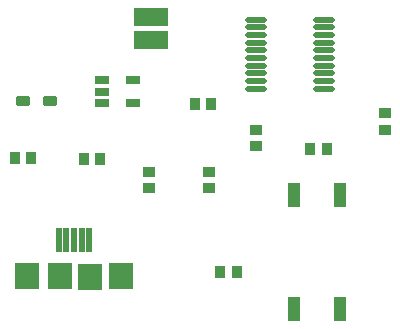
<source format=gts>
G04 Layer: TopSolderMaskLayer*
G04 EasyEDA v6.5.40, 2024-08-11 13:34:47*
G04 cb6e2e9fbd21486d88ae5690d2d3dc00,10*
G04 Gerber Generator version 0.2*
G04 Scale: 100 percent, Rotated: No, Reflected: No *
G04 Dimensions in millimeters *
G04 leading zeros omitted , absolute positions ,4 integer and 5 decimal *
%FSLAX45Y45*%
%MOMM*%

%AMMACRO1*1,1,$1,$2,$3*1,1,$1,$4,$5*1,1,$1,0-$2,0-$3*1,1,$1,0-$4,0-$5*20,1,$1,$2,$3,$4,$5,0*20,1,$1,$4,$5,0-$2,0-$3,0*20,1,$1,0-$2,0-$3,0-$4,0-$5,0*20,1,$1,0-$4,0-$5,$2,$3,0*4,1,4,$2,$3,$4,$5,0-$2,0-$3,0-$4,0-$5,$2,$3,0*%
%ADD10O,1.8436082X0.4656074*%
%ADD11MACRO1,0.1016X-0.4X0.45X0.4X0.45*%
%ADD12MACRO1,0.1016X0.45X0.4X0.45X-0.4*%
%ADD13R,1.0016X0.9016*%
%ADD14MACRO1,0.1016X0.4X-0.45X-0.4X-0.45*%
%ADD15MACRO1,0.1016X0.5X-0.375X-0.5X-0.375*%
%ADD16MACRO1,0.1016X0.55X-0.3X-0.55X-0.3*%
%ADD17MACRO1,0.1016X1.35X-0.75X1.35X0.75*%
%ADD18R,1.1016X2.1016*%
%ADD19MACRO1,0.1016X0.225X1X0.225X-1*%
%ADD20R,2.0016X2.2016*%
%ADD21MACRO1,0.1016X-0.432X0.4032X0.432X0.4032*%
%ADD22MACRO1,0.1016X-0.432X-0.4032X0.432X-0.4032*%

%LPD*%
D10*
G01*
X2646603Y279806D03*
G01*
X2646603Y214807D03*
G01*
X2646603Y149809D03*
G01*
X2646603Y84810D03*
G01*
X2646603Y19786D03*
G01*
X2646603Y-45212D03*
G01*
X2646603Y-110210D03*
G01*
X2646603Y-175209D03*
G01*
X2646603Y-240207D03*
G01*
X2646603Y-305206D03*
G01*
X3220796Y279806D03*
G01*
X3220796Y214807D03*
G01*
X3220796Y149809D03*
G01*
X3220796Y84810D03*
G01*
X3220796Y19786D03*
G01*
X3220796Y-45212D03*
G01*
X3220796Y-110210D03*
G01*
X3220796Y-175209D03*
G01*
X3220796Y-240207D03*
G01*
X3220796Y-305206D03*
D11*
G01*
X3244999Y-812800D03*
G01*
X3105000Y-812800D03*
D12*
G01*
X2641600Y-793899D03*
G01*
X2641600Y-653900D03*
G01*
X1739900Y-1149499D03*
G01*
X1739900Y-1009500D03*
D13*
G01*
X2247900Y-1009497D03*
G01*
X2247900Y-1149502D03*
D14*
G01*
X603100Y-889000D03*
G01*
X743099Y-889000D03*
G01*
X1187300Y-901700D03*
G01*
X1327299Y-901700D03*
G01*
X2127100Y-431800D03*
G01*
X2267099Y-431800D03*
D15*
G01*
X670144Y-406400D03*
G01*
X904650Y-406400D03*
D16*
G01*
X1603211Y-235203D03*
G01*
X1603211Y-425196D03*
G01*
X1343188Y-425196D03*
G01*
X1343188Y-330200D03*
G01*
X1343188Y-235203D03*
D17*
G01*
X1752600Y108200D03*
G01*
X1752600Y298199D03*
D18*
G01*
X2967291Y-2169096D03*
G01*
X2967291Y-1209103D03*
G01*
X3357308Y-2169096D03*
G01*
X3357308Y-1209103D03*
D19*
G01*
X1234922Y-1586395D03*
G01*
X1169898Y-1586395D03*
G01*
X1104874Y-1586395D03*
G01*
X1039850Y-1586395D03*
G01*
X974826Y-1586395D03*
D20*
G01*
X1504899Y-1893404D03*
G01*
X704900Y-1893404D03*
G01*
X983919Y-1894928D03*
G01*
X1235887Y-1896910D03*
D11*
G01*
X2482999Y-1854200D03*
G01*
X2343000Y-1854200D03*
D21*
G01*
X3733800Y-659524D03*
D22*
G01*
X3733800Y-508875D03*
M02*

</source>
